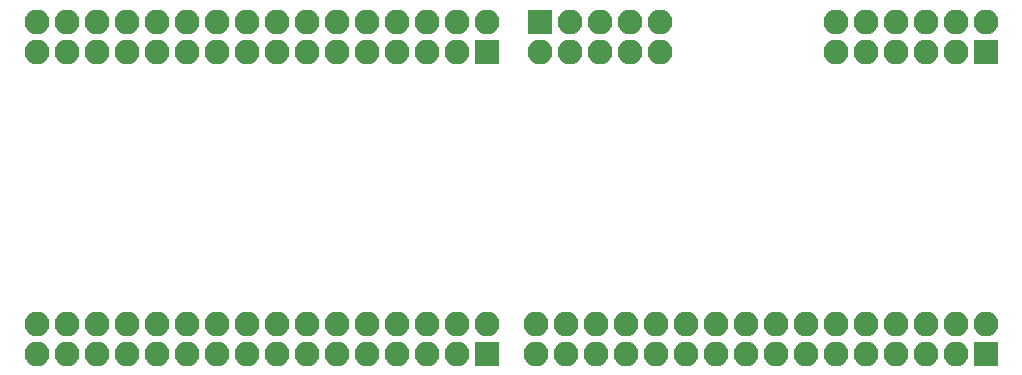
<source format=gbr>
G04 #@! TF.GenerationSoftware,KiCad,Pcbnew,5.0.0-rc3-unknown-101b68b~65~ubuntu16.04.1*
G04 #@! TF.CreationDate,2018-07-05T16:56:31+02:00*
G04 #@! TF.ProjectId,roboy_sno,726F626F795F736E6F2E6B696361645F,rev?*
G04 #@! TF.SameCoordinates,Original*
G04 #@! TF.FileFunction,Soldermask,Bot*
G04 #@! TF.FilePolarity,Negative*
%FSLAX46Y46*%
G04 Gerber Fmt 4.6, Leading zero omitted, Abs format (unit mm)*
G04 Created by KiCad (PCBNEW 5.0.0-rc3-unknown-101b68b~65~ubuntu16.04.1) date Thu Jul  5 16:56:31 2018*
%MOMM*%
%LPD*%
G01*
G04 APERTURE LIST*
%ADD10R,2.100000X2.100000*%
%ADD11O,2.100000X2.100000*%
G04 APERTURE END LIST*
D10*
G04 #@! TO.C,J1*
X152510000Y-114250000D03*
D11*
X152510000Y-111710000D03*
X149970000Y-114250000D03*
X149970000Y-111710000D03*
X147430000Y-114250000D03*
X147430000Y-111710000D03*
X144890000Y-114250000D03*
X144890000Y-111710000D03*
X142350000Y-114250000D03*
X142350000Y-111710000D03*
X139810000Y-114250000D03*
X139810000Y-111710000D03*
X137270000Y-114250000D03*
X137270000Y-111710000D03*
X134730000Y-114250000D03*
X134730000Y-111710000D03*
X132190000Y-114250000D03*
X132190000Y-111710000D03*
X129650000Y-114250000D03*
X129650000Y-111710000D03*
X127110000Y-114250000D03*
X127110000Y-111710000D03*
X124570000Y-114250000D03*
X124570000Y-111710000D03*
X122030000Y-114250000D03*
X122030000Y-111710000D03*
X119490000Y-114250000D03*
X119490000Y-111710000D03*
X116950000Y-114250000D03*
X116950000Y-111710000D03*
X114410000Y-114250000D03*
X114410000Y-111710000D03*
G04 #@! TD*
G04 #@! TO.C,J2*
X114400000Y-137210000D03*
X114400000Y-139750000D03*
X116940000Y-137210000D03*
X116940000Y-139750000D03*
X119480000Y-137210000D03*
X119480000Y-139750000D03*
X122020000Y-137210000D03*
X122020000Y-139750000D03*
X124560000Y-137210000D03*
X124560000Y-139750000D03*
X127100000Y-137210000D03*
X127100000Y-139750000D03*
X129640000Y-137210000D03*
X129640000Y-139750000D03*
X132180000Y-137210000D03*
X132180000Y-139750000D03*
X134720000Y-137210000D03*
X134720000Y-139750000D03*
X137260000Y-137210000D03*
X137260000Y-139750000D03*
X139800000Y-137210000D03*
X139800000Y-139750000D03*
X142340000Y-137210000D03*
X142340000Y-139750000D03*
X144880000Y-137210000D03*
X144880000Y-139750000D03*
X147420000Y-137210000D03*
X147420000Y-139750000D03*
X149960000Y-137210000D03*
X149960000Y-139750000D03*
X152500000Y-137210000D03*
D10*
X152500000Y-139750000D03*
G04 #@! TD*
G04 #@! TO.C,J3*
X194750000Y-139760000D03*
D11*
X194750000Y-137220000D03*
X192210000Y-139760000D03*
X192210000Y-137220000D03*
X189670000Y-139760000D03*
X189670000Y-137220000D03*
X187130000Y-139760000D03*
X187130000Y-137220000D03*
X184590000Y-139760000D03*
X184590000Y-137220000D03*
X182050000Y-139760000D03*
X182050000Y-137220000D03*
X179510000Y-139760000D03*
X179510000Y-137220000D03*
X176970000Y-139760000D03*
X176970000Y-137220000D03*
X174430000Y-139760000D03*
X174430000Y-137220000D03*
X171890000Y-139760000D03*
X171890000Y-137220000D03*
X169350000Y-139760000D03*
X169350000Y-137220000D03*
X166810000Y-139760000D03*
X166810000Y-137220000D03*
X164270000Y-139760000D03*
X164270000Y-137220000D03*
X161730000Y-139760000D03*
X161730000Y-137220000D03*
X159190000Y-139760000D03*
X159190000Y-137220000D03*
X156650000Y-139760000D03*
X156650000Y-137220000D03*
G04 #@! TD*
D10*
G04 #@! TO.C,J4*
X157010000Y-111640000D03*
D11*
X157010000Y-114180000D03*
X159550000Y-111640000D03*
X159550000Y-114180000D03*
X162090000Y-111640000D03*
X162090000Y-114180000D03*
X164630000Y-111640000D03*
X164630000Y-114180000D03*
X167170000Y-111640000D03*
X167170000Y-114180000D03*
G04 #@! TD*
D10*
G04 #@! TO.C,J5*
X194750000Y-114250000D03*
D11*
X194750000Y-111710000D03*
X192210000Y-114250000D03*
X192210000Y-111710000D03*
X189670000Y-114250000D03*
X189670000Y-111710000D03*
X187130000Y-114250000D03*
X187130000Y-111710000D03*
X184590000Y-114250000D03*
X184590000Y-111710000D03*
X182050000Y-114250000D03*
X182050000Y-111710000D03*
G04 #@! TD*
M02*

</source>
